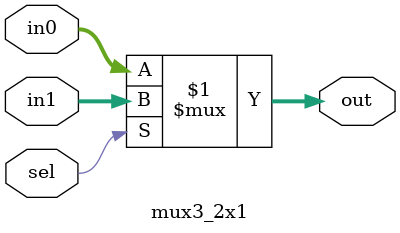
<source format=v>
`timescale 1ns / 1ps

module  mux3_2x1(
    in0,
    in1, 
    sel,
    out      
    );
    
    input wire [2:0] in0;
    input wire [2:0] in1;
    input wire sel;

    output wire [2:0] out;

    assign out = (sel) ? in1 : in0;

endmodule

</source>
